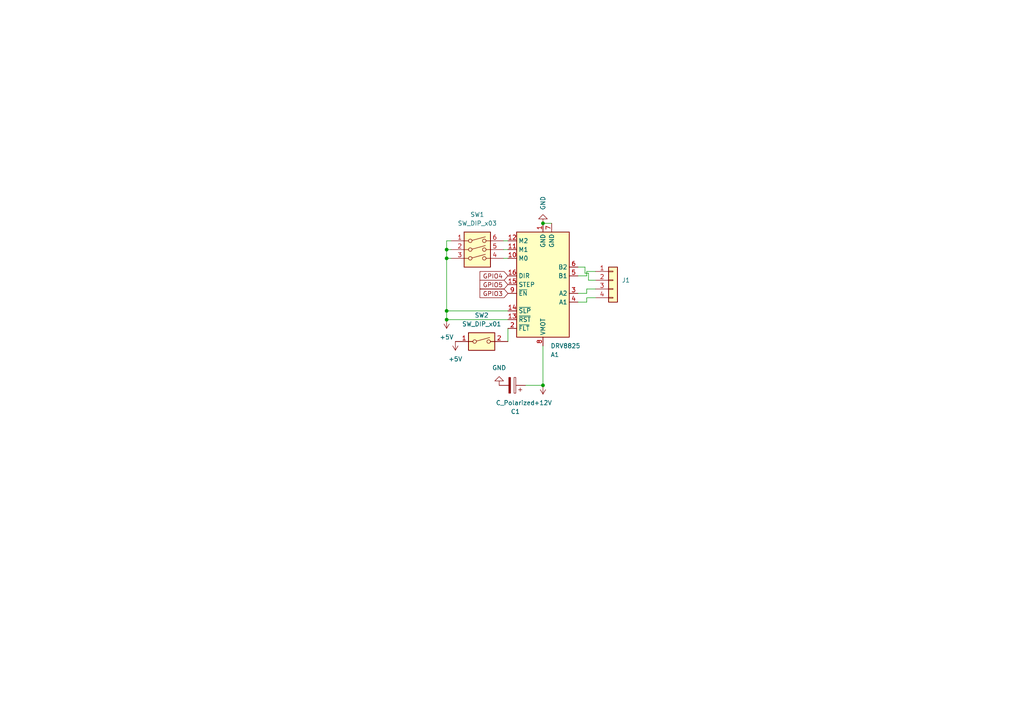
<source format=kicad_sch>
(kicad_sch (version 20230121) (generator eeschema)
  (paper "A4")
  (lib_symbols
    (symbol "Connector_Generic:Conn_01x04" (pin_names (offset 1.016) hide)
      (property "Reference" "J" (at 0 5.08 0))
      (property "Value" "Conn_01x04" (at 0 -7.62 0))
      (symbol "Conn_01x04_1_1"
        (rectangle (start -1.27 -4.953) (end 0 -5.207) (stroke (width 0.1524)))
        (rectangle (start -1.27 -2.413) (end 0 -2.667) (stroke (width 0.1524)))
        (rectangle (start -1.27 0.127) (end 0 -0.127) (stroke (width 0.1524)))
        (rectangle (start -1.27 2.667) (end 0 2.413) (stroke (width 0.1524)))
        (rectangle (start -1.27 3.81) (end 1.27 -6.35) (stroke (width 0.254)) (fill (type background)))
        (pin passive line (at -5.08 2.54 0) (length 3.81) (name "Pin_1") (number "1"))
        (pin passive line (at -5.08 0 0) (length 3.81) (name "Pin_2") (number "2"))
        (pin passive line (at -5.08 -2.54 0) (length 3.81) (name "Pin_3") (number "3"))
        (pin passive line (at -5.08 -5.08 0) (length 3.81) (name "Pin_4") (number "4"))
      )
    )
    (symbol "Device:C_Polarized" (pin_numbers hide) (pin_names (offset 0.254))
      (property "Reference" "C" (at 0.635 2.54 0))
      (property "Value" "C_Polarized" (at 0.635 -2.54 0))
      (symbol "C_Polarized_0_1"
        (rectangle (start -2.286 0.508) (end 2.286 1.016))
        (polyline (pts (xy -1.778 2.286) (xy -0.762 2.286)))
        (polyline (pts (xy -1.27 2.794) (xy -1.27 1.778)))
        (rectangle (start 2.286 -0.508) (end -2.286 -1.016) (fill (type outline)))
      )
      (symbol "C_Polarized_1_1"
        (pin passive line (at 0 3.81 270) (length 2.794) (name "~") (number "1"))
        (pin passive line (at 0 -3.81 90) (length 2.794) (name "~") (number "2"))
      )
    )
    (symbol "Driver_Motor:Pololu_Breakout_DRV8825"
      (property "Reference" "A" (at -2.54 16.51 0))
      (property "Value" "Pololu_Breakout_DRV8825" (at -2.54 13.97 0))
      (symbol "Pololu_Breakout_DRV8825_0_1"
        (rectangle (start 7.62 -17.78) (end -7.62 12.7) (stroke (width 0.254)) (fill (type background)))
      )
      (symbol "Pololu_Breakout_DRV8825_1_1"
        (pin power_in line (at 0 -20.32 90) (length 2.54) (name "GND") (number "1"))
        (pin input line (at -10.16 -10.16 0) (length 2.54) (name "M0") (number "10"))
        (pin input line (at -10.16 -12.7 0) (length 2.54) (name "M1") (number "11"))
        (pin input line (at -10.16 -15.24 0) (length 2.54) (name "M2") (number "12"))
        (pin input line (at -10.16 7.62 0) (length 2.54) (name "~{RST}") (number "13"))
        (pin input line (at -10.16 5.08 0) (length 2.54) (name "~{SLP}") (number "14"))
        (pin input line (at -10.16 -2.54 0) (length 2.54) (name "STEP") (number "15"))
        (pin input line (at -10.16 -5.08 0) (length 2.54) (name "DIR") (number "16"))
        (pin output line (at -10.16 10.16 0) (length 2.54) (name "~{FLT}") (number "2"))
        (pin output line (at 10.16 0 180) (length 2.54) (name "A2") (number "3"))
        (pin output line (at 10.16 2.54 180) (length 2.54) (name "A1") (number "4"))
        (pin output line (at 10.16 -5.08 180) (length 2.54) (name "B1") (number "5"))
        (pin output line (at 10.16 -7.62 180) (length 2.54) (name "B2") (number "6"))
        (pin power_in line (at 2.54 -20.32 90) (length 2.54) (name "GND") (number "7"))
        (pin power_in line (at 0 15.24 270) (length 2.54) (name "VMOT") (number "8"))
        (pin input line (at -10.16 0 0) (length 2.54) (name "~{EN}") (number "9"))
      )
    )
    (symbol "Switch:SW_DIP_x01" (pin_names (offset 0) hide)
      (property "Reference" "SW" (at 0 3.81 0))
      (property "Value" "SW_DIP_x01" (at 0 -3.81 0))
      (symbol "SW_DIP_x01_0_0"
        (circle (center -2.032 0) (radius 0.508))
        (polyline (pts (xy -1.524 0.127) (xy 2.3622 1.1684)))
        (circle (center 2.032 0) (radius 0.508))
      )
      (symbol "SW_DIP_x01_0_1"
        (rectangle (start -3.81 2.54) (end 3.81 -2.54) (stroke (width 0.254)) (fill (type background)))
      )
      (symbol "SW_DIP_x01_1_1"
        (pin passive line (at -7.62 0 0) (length 5.08) (name "~") (number "1"))
        (pin passive line (at 7.62 0 180) (length 5.08) (name "~") (number "2"))
      )
    )
    (symbol "Switch:SW_DIP_x03" (pin_names (offset 0) hide)
      (property "Reference" "SW" (at 0 8.89 0))
      (property "Value" "SW_DIP_x03" (at 0 -3.81 0))
      (symbol "SW_DIP_x03_0_0"
        (circle (center -2.032 0) (radius 0.508))
        (circle (center -2.032 2.54) (radius 0.508))
        (circle (center -2.032 5.08) (radius 0.508))
        (polyline (pts (xy -1.524 0.127) (xy 2.3622 1.1684)))
        (polyline (pts (xy -1.524 2.667) (xy 2.3622 3.7084)))
        (polyline (pts (xy -1.524 5.207) (xy 2.3622 6.2484)))
        (circle (center 2.032 0) (radius 0.508))
        (circle (center 2.032 2.54) (radius 0.508))
        (circle (center 2.032 5.08) (radius 0.508))
      )
      (symbol "SW_DIP_x03_0_1"
        (rectangle (start -3.81 7.62) (end 3.81 -2.54) (stroke (width 0.254)) (fill (type background)))
      )
      (symbol "SW_DIP_x03_1_1"
        (pin passive line (at -7.62 5.08 0) (length 5.08) (name "~") (number "1"))
        (pin passive line (at -7.62 2.54 0) (length 5.08) (name "~") (number "2"))
        (pin passive line (at -7.62 0 0) (length 5.08) (name "~") (number "3"))
        (pin passive line (at 7.62 0 180) (length 5.08) (name "~") (number "4"))
        (pin passive line (at 7.62 2.54 180) (length 5.08) (name "~") (number "5"))
        (pin passive line (at 7.62 5.08 180) (length 5.08) (name "~") (number "6"))
      )
    )
    (symbol "power:+12V" (power) (pin_names (offset 0))
      (property "Value" "+12V" (at 0 3.556 0))
      (symbol "+12V_0_1"
        (polyline (pts (xy -0.762 1.27) (xy 0 2.54)))
        (polyline (pts (xy 0 0) (xy 0 2.54)))
        (polyline (pts (xy 0 2.54) (xy 0.762 1.27)))
      )
      (symbol "+12V_1_1"
        (pin power_in line (at 0 0 90) (length 0) hide (name "+12V") (number "1"))
      )
    )
    (symbol "power:+5V" (power) (pin_names (offset 0))
      (property "Value" "+5V" (at 0 3.556 0))
      (symbol "+5V_0_1"
        (polyline (pts (xy -0.762 1.27) (xy 0 2.54)))
        (polyline (pts (xy 0 0) (xy 0 2.54)))
        (polyline (pts (xy 0 2.54) (xy 0.762 1.27)))
      )
      (symbol "+5V_1_1"
        (pin power_in line (at 0 0 90) (length 0) hide (name "+5V") (number "1"))
      )
    )
    (symbol "power:GND" (power) (pin_names (offset 0))
      (property "Value" "GND" (at 0 -3.81 0))
      (symbol "GND_0_1"
        (polyline (pts (xy 0 0) (xy 0 -1.27) (xy 1.27 -1.27) (xy 0 -2.54) (xy -1.27 -1.27) (xy 0 -1.27)))
      )
      (symbol "GND_1_1"
        (pin power_in line (at 0 0 270) (length 0) hide (name "GND") (number "1"))
      )
    )
  )
  (junction (at 129.54 90.17))
  (junction (at 157.48 111.76))
  (junction (at 129.54 92.71))
  (junction (at 129.54 72.39))
  (junction (at 129.54 74.93))
  (junction (at 157.48 64.77))
  (wire (pts (xy 167.64 80.01) (xy 170.18 80.01)))
  (wire (pts (xy 129.54 72.39) (xy 129.54 74.93)))
  (wire (pts (xy 172.72 86.36) (xy 170.18 86.36)))
  (wire (pts (xy 129.54 92.71) (xy 129.54 90.17)))
  (wire (pts (xy 129.54 69.85) (xy 129.54 72.39)))
  (wire (pts (xy 146.05 72.39) (xy 147.32 72.39)))
  (wire (pts (xy 170.18 85.09) (xy 170.18 83.82)))
  (wire (pts (xy 170.688 81.28) (xy 170.688 79.248)))
  (wire (pts (xy 169.672 79.248) (xy 169.672 77.47)))
  (wire (pts (xy 129.54 74.93) (xy 130.81 74.93)))
  (wire (pts (xy 167.64 85.09) (xy 170.18 85.09)))
  (wire (pts (xy 129.54 72.39) (xy 130.81 72.39)))
  (wire (pts (xy 169.672 77.47) (xy 167.64 77.47)))
  (wire (pts (xy 129.54 90.17) (xy 147.32 90.17)))
  (wire (pts (xy 129.54 74.93) (xy 129.54 90.17)))
  (wire (pts (xy 170.18 78.74) (xy 172.72 78.74)))
  (wire (pts (xy 152.4 111.76) (xy 157.48 111.76)))
  (wire (pts (xy 129.54 69.85) (xy 130.81 69.85)))
  (wire (pts (xy 146.05 74.93) (xy 147.32 74.93)))
  (wire (pts (xy 160.02 64.77) (xy 157.48 64.77)))
  (wire (pts (xy 170.18 86.36) (xy 170.18 87.63)))
  (wire (pts (xy 147.32 95.25) (xy 147.32 99.06)))
  (wire (pts (xy 172.72 81.28) (xy 170.688 81.28)))
  (wire (pts (xy 170.18 80.01) (xy 170.18 78.74)))
  (wire (pts (xy 170.18 83.82) (xy 172.72 83.82)))
  (wire (pts (xy 157.48 100.33) (xy 157.48 111.76)))
  (wire (pts (xy 170.688 79.248) (xy 169.672 79.248)))
  (wire (pts (xy 129.54 92.71) (xy 147.32 92.71)))
  (wire (pts (xy 170.18 87.63) (xy 167.64 87.63)))
  (wire (pts (xy 146.05 69.85) (xy 147.32 69.85)))
  (global_label "GPIO4" (shape input) (at 147.32 80.01 180) (property "Intersheetrefs" "${INTERSHEET_REFS}" (effects hide)))
  (global_label "GPIO5" (shape input) (at 147.32 82.55 180) (property "Intersheetrefs" "${INTERSHEET_REFS}" (effects hide)))
  (global_label "GPIO3" (shape input) (at 147.32 85.09 180) (property "Intersheetrefs" "${INTERSHEET_REFS}" (effects hide)))
  (symbol (lib_id "power:+5V") (at 129.54 92.71 0) (mirror x) (unit 1)
    (property "Reference" "#PWR01" (effects hide))
    (property "Value" "+5V" (at 129.54 97.79 0))
  )
  (symbol (lib_id "Device:C_Polarized") (at 148.59 111.76 270) (mirror x) (unit 1)
    (property "Reference" "C1" (at 149.479 119.38 90))
    (property "Value" "C_Polarized" (at 149.479 116.84 90))
    (property "Footprint" "Capacitor_THT:CP_Radial_D10.0mm_P2.50mm" (effects hide))
  )
  (symbol (lib_id "Connector_Generic:Conn_01x04") (at 177.8 81.28 0) (unit 1)
    (property "Reference" "J1" (at 180.34 81.28 0) (effects (justify left)))
    (property "Value" "Conn_01x04" (effects hide))
    (property "Footprint" "Connector_Molex:Molex_KK-254_AE-6410-04A_1x04_P2.54mm_Vertical" (effects hide))
  )
  (symbol (lib_id "power:+5V") (at 132.08 99.06 0) (mirror x) (unit 1)
    (property "Reference" "#PWR02" (effects hide))
    (property "Value" "+5V" (at 132.08 104.14 0))
  )
  (symbol (lib_id "Driver_Motor:Pololu_Breakout_DRV8825") (at 157.48 85.09 0) (mirror x) (unit 1)
    (property "Reference" "A1" (at 159.6741 102.87 0) (effects (justify left)))
    (property "Value" "DRV8825" (at 159.6741 100.33 0) (effects (justify left)))
    (property "Footprint" "Module:Pololu_Breakout-16_15.2x20.3mm" (effects hide))
    (property "Datasheet" "https://www.pololu.com/product/2982" (effects hide))
  )
  (symbol (lib_id "power:+12V") (at 157.48 111.76 0) (mirror x) (unit 1)
    (property "Reference" "#PWR05" (effects hide))
    (property "Value" "+12V" (at 157.48 116.84 0))
  )
  (symbol (lib_id "Switch:SW_DIP_x03") (at 138.43 74.93 0) (unit 1)
    (property "Reference" "SW1" (at 138.43 62.23 0))
    (property "Value" "SW_DIP_x03" (at 138.43 64.77 0))
    (property "Footprint" "Button_Switch_THT:SW_DIP_SPSTx03_Slide_9.78x9.8mm_W7.62mm_P2.54mm" (effects hide))
  )
  (symbol (lib_id "Switch:SW_DIP_x01") (at 139.7 99.06 0) (unit 1)
    (property "Reference" "SW2" (at 139.7 91.44 0))
    (property "Value" "SW_DIP_x01" (at 139.7 93.98 0))
    (property "Footprint" "Button_Switch_THT:SW_DIP_SPSTx01_Slide_9.78x4.72mm_W7.62mm_P2.54mm" (effects hide))
  )
  (symbol (lib_id "power:GND") (at 157.48 64.77 0) (mirror x) (unit 1)
    (property "Reference" "#PWR04" (effects hide))
    (property "Value" "GND" (at 157.48 60.96 90) (effects (justify right)))
  )
  (symbol (lib_id "power:GND") (at 144.78 111.76 0) (mirror x) (unit 1)
    (property "Reference" "#PWR03" (effects hide))
    (property "Value" "GND" (at 144.78 106.68 0))
  )
)
</source>
